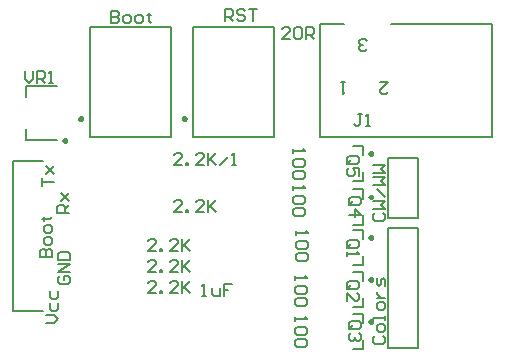
<source format=gto>
%FSDAX24Y24*%
%MOMM*%
%SFA1B1*%

%IPPOS*%
%ADD32C,0.249936*%
%ADD33C,0.199898*%
%ADD34C,0.177800*%
%LNesp8266_amp_smd-1*%
%LPD*%
G54D32*
X151109Y207010D02*
D01*
X151106Y207097*
X151097Y207183*
X151082Y207269*
X151061Y207354*
X151034Y207437*
X151001Y207518*
X150963Y207596*
X150919Y207672*
X150870Y207744*
X150817Y207813*
X150758Y207877*
X150696Y207938*
X150629Y207994*
X150558Y208045*
X150484Y208092*
X150407Y208133*
X150328Y208168*
X150246Y208198*
X150162Y208222*
X150076Y208240*
X149990Y208252*
X149903Y208258*
X149816*
X149729Y208252*
X149642Y208240*
X149557Y208222*
X149473Y208198*
X149391Y208168*
X149312Y208133*
X149235Y208092*
X149160Y208045*
X149090Y207994*
X149023Y207938*
X148960Y207877*
X148902Y207813*
X148848Y207744*
X148800Y207672*
X148756Y207596*
X148718Y207518*
X148685Y207437*
X148658Y207354*
X148637Y207269*
X148622Y207183*
X148613Y207097*
X148610Y207010*
X148613Y206922*
X148622Y206836*
X148637Y206750*
X148658Y206665*
X148685Y206582*
X148718Y206501*
X148756Y206423*
X148800Y206347*
X148848Y206275*
X148902Y206206*
X148960Y206141*
X149023Y206081*
X149090Y206024*
X149160Y205973*
X149235Y205927*
X149312Y205886*
X149391Y205851*
X149473Y205821*
X149557Y205797*
X149642Y205779*
X149729Y205766*
X149816Y205760*
X149903*
X149990Y205766*
X150076Y205779*
X150162Y205797*
X150246Y205821*
X150328Y205851*
X150407Y205886*
X150484Y205927*
X150558Y205973*
X150629Y206024*
X150696Y206081*
X150758Y206141*
X150817Y206206*
X150870Y206275*
X150919Y206347*
X150963Y206423*
X151001Y206501*
X151034Y206582*
X151061Y206665*
X151082Y206750*
X151097Y206836*
X151106Y206922*
X151109Y207010*
X063479D02*
D01*
X063476Y207097*
X063467Y207183*
X063452Y207269*
X063431Y207354*
X063404Y207437*
X063371Y207518*
X063333Y207596*
X063289Y207672*
X063240Y207744*
X063187Y207813*
X063128Y207877*
X063066Y207938*
X062999Y207994*
X062928Y208045*
X062854Y208092*
X062777Y208133*
X062698Y208168*
X062616Y208198*
X062532Y208222*
X062446Y208240*
X062360Y208252*
X062273Y208258*
X062186*
X062099Y208252*
X062012Y208240*
X061927Y208222*
X061843Y208198*
X061761Y208168*
X061682Y208133*
X061605Y208092*
X061530Y208045*
X061460Y207994*
X061393Y207938*
X061330Y207877*
X061272Y207813*
X061218Y207744*
X061170Y207672*
X061126Y207596*
X061088Y207518*
X061055Y207437*
X061028Y207354*
X061007Y207269*
X060992Y207183*
X060983Y207097*
X060980Y207010*
X060983Y206922*
X060992Y206836*
X061007Y206750*
X061028Y206665*
X061055Y206582*
X061088Y206501*
X061126Y206423*
X061170Y206347*
X061218Y206275*
X061272Y206206*
X061330Y206141*
X061393Y206081*
X061460Y206024*
X061530Y205973*
X061605Y205927*
X061682Y205886*
X061761Y205851*
X061843Y205821*
X061927Y205797*
X062012Y205779*
X062099Y205766*
X062186Y205760*
X062273*
X062360Y205766*
X062446Y205779*
X062532Y205797*
X062616Y205821*
X062698Y205851*
X062777Y205886*
X062854Y205927*
X062928Y205973*
X062999Y206024*
X063066Y206081*
X063128Y206141*
X063187Y206206*
X063240Y206275*
X063289Y206347*
X063333Y206423*
X063371Y206501*
X063404Y206582*
X063431Y206665*
X063452Y206750*
X063467Y206836*
X063476Y206922*
X063479Y207010*
X309209Y140728D02*
D01*
X309206Y140815*
X309197Y140902*
X309182Y140988*
X309160Y141073*
X309134Y141155*
X309101Y141236*
X309063Y141315*
X309019Y141390*
X308970Y141463*
X308916Y141531*
X308858Y141596*
X308795Y141657*
X308729Y141713*
X308658Y141764*
X308584Y141810*
X308507Y141851*
X308427Y141887*
X308345Y141917*
X308262Y141941*
X308176Y141959*
X308090Y141971*
X308003Y141977*
X307916*
X307828Y141971*
X307742Y141959*
X307657Y141941*
X307573Y141917*
X307491Y141887*
X307411Y141851*
X307334Y141810*
X307260Y141764*
X307190Y141713*
X307123Y141657*
X307060Y141596*
X307002Y141531*
X306948Y141463*
X306899Y141390*
X306856Y141315*
X306818Y141236*
X306785Y141155*
X306758Y141073*
X306737Y140988*
X306722Y140902*
X306712Y140815*
X306710Y140728*
X306712Y140641*
X306722Y140554*
X306737Y140468*
X306758Y140384*
X306785Y140301*
X306818Y140220*
X306856Y140141*
X306899Y140066*
X306948Y139994*
X307002Y139925*
X307060Y139860*
X307123Y139799*
X307190Y139743*
X307260Y139692*
X307334Y139646*
X307411Y139605*
X307491Y139569*
X307573Y139539*
X307657Y139516*
X307742Y139497*
X307828Y139485*
X307916Y139479*
X308003*
X308090Y139485*
X308176Y139497*
X308262Y139516*
X308345Y139539*
X308427Y139569*
X308507Y139605*
X308584Y139646*
X308658Y139692*
X308729Y139743*
X308795Y139799*
X308858Y139860*
X308916Y139925*
X308970Y139994*
X309019Y140066*
X309063Y140141*
X309101Y140220*
X309134Y140301*
X309160Y140384*
X309182Y140468*
X309197Y140554*
X309206Y140641*
X309209Y140728*
Y177561D02*
D01*
X309206Y177648*
X309197Y177734*
X309182Y177820*
X309160Y177905*
X309134Y177988*
X309101Y178069*
X309063Y178147*
X309019Y178223*
X308970Y178295*
X308916Y178364*
X308858Y178429*
X308795Y178489*
X308729Y178545*
X308658Y178597*
X308584Y178643*
X308507Y178684*
X308427Y178719*
X308345Y178749*
X308262Y178773*
X308176Y178791*
X308090Y178804*
X308003Y178810*
X307916*
X307828Y178804*
X307742Y178791*
X307657Y178773*
X307573Y178749*
X307491Y178719*
X307411Y178684*
X307334Y178643*
X307260Y178597*
X307190Y178545*
X307123Y178489*
X307060Y178429*
X307002Y178364*
X306948Y178295*
X306899Y178223*
X306856Y178147*
X306818Y178069*
X306785Y177988*
X306758Y177905*
X306737Y177820*
X306722Y177734*
X306712Y177648*
X306710Y177561*
X306712Y177473*
X306722Y177387*
X306737Y177301*
X306758Y177216*
X306785Y177133*
X306818Y177052*
X306856Y176974*
X306899Y176898*
X306948Y176826*
X307002Y176757*
X307060Y176693*
X307123Y176632*
X307190Y176576*
X307260Y176525*
X307334Y176478*
X307411Y176437*
X307491Y176402*
X307573Y176372*
X307657Y176348*
X307742Y176330*
X307828Y176318*
X307916Y176312*
X308003*
X308090Y176318*
X308176Y176330*
X308262Y176348*
X308345Y176372*
X308427Y176402*
X308507Y176437*
X308584Y176478*
X308658Y176525*
X308729Y176576*
X308795Y176632*
X308858Y176693*
X308916Y176757*
X308970Y176826*
X309019Y176898*
X309063Y176974*
X309101Y177052*
X309134Y177133*
X309160Y177216*
X309182Y177301*
X309197Y177387*
X309206Y177473*
X309209Y177561*
Y106441D02*
D01*
X309206Y106528*
X309197Y106614*
X309182Y106700*
X309160Y106785*
X309134Y106868*
X309101Y106949*
X309063Y107027*
X309019Y107103*
X308970Y107175*
X308916Y107244*
X308858Y107309*
X308795Y107369*
X308729Y107425*
X308658Y107477*
X308584Y107523*
X308507Y107564*
X308427Y107599*
X308345Y107629*
X308262Y107653*
X308176Y107671*
X308090Y107684*
X308003Y107690*
X307916*
X307828Y107684*
X307742Y107671*
X307657Y107653*
X307573Y107629*
X307491Y107599*
X307411Y107564*
X307334Y107523*
X307260Y107477*
X307190Y107425*
X307123Y107369*
X307060Y107309*
X307002Y107244*
X306948Y107175*
X306899Y107103*
X306856Y107027*
X306818Y106949*
X306785Y106868*
X306758Y106785*
X306737Y106700*
X306722Y106614*
X306712Y106528*
X306710Y106441*
X306712Y106353*
X306722Y106267*
X306737Y106181*
X306758Y106096*
X306785Y106013*
X306818Y105932*
X306856Y105854*
X306899Y105778*
X306948Y105706*
X307002Y105637*
X307060Y105573*
X307123Y105512*
X307190Y105456*
X307260Y105405*
X307334Y105358*
X307411Y105317*
X307491Y105282*
X307573Y105252*
X307657Y105228*
X307742Y105210*
X307828Y105198*
X307916Y105192*
X308003*
X308090Y105198*
X308176Y105210*
X308262Y105228*
X308345Y105252*
X308427Y105282*
X308507Y105317*
X308584Y105358*
X308658Y105405*
X308729Y105456*
X308795Y105512*
X308858Y105573*
X308916Y105637*
X308970Y105706*
X309019Y105778*
X309063Y105854*
X309101Y105932*
X309134Y106013*
X309160Y106096*
X309182Y106181*
X309197Y106267*
X309206Y106353*
X309209Y106441*
Y035318D02*
D01*
X309206Y035405*
X309197Y035492*
X309182Y035578*
X309160Y035663*
X309134Y035745*
X309101Y035826*
X309063Y035905*
X309019Y035980*
X308970Y036053*
X308916Y036121*
X308858Y036186*
X308795Y036247*
X308729Y036303*
X308658Y036354*
X308584Y036400*
X308507Y036441*
X308427Y036477*
X308345Y036507*
X308262Y036531*
X308176Y036549*
X308090Y036561*
X308003Y036567*
X307916*
X307828Y036561*
X307742Y036549*
X307657Y036531*
X307573Y036507*
X307491Y036477*
X307411Y036441*
X307334Y036400*
X307260Y036354*
X307190Y036303*
X307123Y036247*
X307060Y036186*
X307002Y036121*
X306948Y036053*
X306899Y035980*
X306856Y035905*
X306818Y035826*
X306785Y035745*
X306758Y035663*
X306737Y035578*
X306722Y035492*
X306712Y035405*
X306710Y035318*
X306712Y035231*
X306722Y035144*
X306737Y035058*
X306758Y034974*
X306785Y034891*
X306818Y034810*
X306856Y034731*
X306899Y034656*
X306948Y034584*
X307002Y034515*
X307060Y034450*
X307123Y034389*
X307190Y034333*
X307260Y034282*
X307334Y034236*
X307411Y034195*
X307491Y034159*
X307573Y034129*
X307657Y034106*
X307742Y034087*
X307828Y034075*
X307916Y034069*
X308003*
X308090Y034075*
X308176Y034087*
X308262Y034106*
X308345Y034129*
X308427Y034159*
X308507Y034195*
X308584Y034236*
X308658Y034282*
X308729Y034333*
X308795Y034389*
X308858Y034450*
X308916Y034515*
X308970Y034584*
X309019Y034656*
X309063Y034731*
X309101Y034810*
X309134Y034891*
X309160Y034974*
X309182Y035058*
X309197Y035144*
X309206Y035231*
X309209Y035318*
Y070878D02*
D01*
X309206Y070965*
X309197Y071052*
X309182Y071138*
X309160Y071223*
X309134Y071305*
X309101Y071386*
X309063Y071465*
X309019Y071540*
X308970Y071613*
X308916Y071681*
X308858Y071746*
X308795Y071807*
X308729Y071863*
X308658Y071914*
X308584Y071960*
X308507Y072001*
X308427Y072037*
X308345Y072067*
X308262Y072091*
X308176Y072109*
X308090Y072121*
X308003Y072127*
X307916*
X307828Y072121*
X307742Y072109*
X307657Y072091*
X307573Y072067*
X307491Y072037*
X307411Y072001*
X307334Y071960*
X307260Y071914*
X307190Y071863*
X307123Y071807*
X307060Y071746*
X307002Y071681*
X306948Y071613*
X306899Y071540*
X306856Y071465*
X306818Y071386*
X306785Y071305*
X306758Y071223*
X306737Y071138*
X306722Y071052*
X306712Y070965*
X306710Y070878*
X306712Y070791*
X306722Y070704*
X306737Y070618*
X306758Y070534*
X306785Y070451*
X306818Y070370*
X306856Y070291*
X306899Y070216*
X306948Y070144*
X307002Y070075*
X307060Y070010*
X307123Y069949*
X307190Y069893*
X307260Y069842*
X307334Y069796*
X307411Y069755*
X307491Y069719*
X307573Y069689*
X307657Y069666*
X307742Y069647*
X307828Y069635*
X307916Y069629*
X308003*
X308090Y069635*
X308176Y069647*
X308262Y069666*
X308345Y069689*
X308427Y069719*
X308507Y069755*
X308584Y069796*
X308658Y069842*
X308729Y069893*
X308795Y069949*
X308858Y070010*
X308916Y070075*
X308970Y070144*
X309019Y070216*
X309063Y070291*
X309101Y070370*
X309134Y070451*
X309160Y070534*
X309182Y070618*
X309197Y070704*
X309206Y070791*
X309209Y070878*
X049959Y188589D02*
D01*
X049956Y188677*
X049947Y188763*
X049931Y188849*
X049910Y188934*
X049883Y189017*
X049851Y189098*
X049812Y189176*
X049769Y189252*
X049720Y189324*
X049666Y189393*
X049608Y189457*
X049545Y189518*
X049478Y189574*
X049408Y189625*
X049334Y189671*
X049257Y189713*
X049177Y189748*
X049095Y189778*
X049011Y189802*
X048926Y189820*
X048840Y189832*
X048753Y189838*
X048665*
X048578Y189832*
X048492Y189820*
X048407Y189802*
X048323Y189778*
X048241Y189748*
X048161Y189713*
X048084Y189671*
X048010Y189625*
X047939Y189574*
X047873Y189518*
X047810Y189457*
X047752Y189393*
X047698Y189324*
X047649Y189252*
X047605Y189176*
X047567Y189098*
X047535Y189017*
X047508Y188934*
X047487Y188849*
X047471Y188763*
X047462Y188677*
X047459Y188589*
X047462Y188502*
X047471Y188415*
X047487Y188330*
X047508Y188245*
X047535Y188162*
X047567Y188081*
X047605Y188003*
X047649Y187927*
X047698Y187855*
X047752Y187786*
X047810Y187721*
X047873Y187661*
X047939Y187604*
X048010Y187553*
X048084Y187507*
X048161Y187466*
X048241Y187431*
X048323Y187401*
X048407Y187377*
X048492Y187359*
X048578Y187346*
X048665Y187340*
X048753*
X048840Y187346*
X048926Y187359*
X049011Y187377*
X049095Y187401*
X049177Y187431*
X049257Y187466*
X049334Y187507*
X049408Y187553*
X049478Y187604*
X049545Y187661*
X049608Y187721*
X049666Y187786*
X049720Y187855*
X049769Y187927*
X049812Y188003*
X049851Y188081*
X049883Y188162*
X049910Y188245*
X049931Y188330*
X049947Y188415*
X049956Y188502*
X049959Y188589*
G54D33*
X157480Y191770D02*
X226060D01*
X157480Y284480D02*
X226060D01*
X157480Y191770D02*
Y284480D01*
X226060Y191770D02*
Y284480D01*
X069850Y191770D02*
X138430D01*
X069850Y284480D02*
X138430D01*
X069850Y191770D02*
Y284480D01*
X138430Y191770D02*
Y284480D01*
X005080Y171450D02*
X030480D01*
X005080Y044450D02*
Y171450D01*
Y044450D02*
X030480D01*
X322399Y174139D02*
X347799D01*
Y123339D02*
Y174139D01*
X322399Y123339D02*
X347799D01*
X322399D02*
Y174139D01*
X301459Y117231D02*
Y125229D01*
X292460Y117231D02*
X301459D01*
Y139230D02*
Y147231D01*
X292460D02*
X301459D01*
Y154061D02*
Y162059D01*
X292460Y154061D02*
X301459D01*
Y176060D02*
Y184061D01*
X292460D02*
X301459D01*
Y082938D02*
Y090939D01*
X292460Y082938D02*
X301459D01*
Y104940D02*
Y112941D01*
X292460D02*
X301459D01*
X322399Y114449D02*
X347799D01*
Y012849D02*
Y114449D01*
X322399Y012849D02*
Y114449D01*
Y012849D02*
X347799D01*
X301459Y011821D02*
Y019819D01*
X292460Y011821D02*
X301459D01*
Y033820D02*
Y041821D01*
X292460D02*
X301459D01*
Y047381D02*
Y055379D01*
X292460Y047381D02*
X301459D01*
Y069380D02*
Y077381D01*
X292460D02*
X301459D01*
X016210Y225590D02*
Y235089D01*
X042209*
X016210Y189090D02*
Y198589D01*
Y189090D02*
X042209D01*
X265209Y287220D02*
X285208D01*
X265209Y191218D02*
Y287220D01*
X325208D02*
X410210D01*
X265209Y191218D02*
X410210D01*
Y287220*
G54D34*
X029212Y149860D02*
Y156631D01*
Y153245*
X039370*
X032598Y160017D02*
X039370Y166786D01*
X035984Y163403*
X032598Y166786*
X039370Y160017*
X052070Y127000D02*
X041912D01*
Y132077*
X043606Y133771*
X046992*
X048684Y132077*
Y127000*
Y130385D02*
X052070Y133771D01*
X045298Y137157D02*
X052070Y143929D01*
X048684Y140543*
X045298Y143929*
X052070Y137157*
X027942Y090170D02*
X038100D01*
Y095247*
X036405Y096941*
X034714*
X033022Y095247*
Y090170*
Y095247*
X031328Y096941*
X029636*
X027942Y095247*
Y090170*
X038100Y102019D02*
Y105404D01*
X036405Y107096*
X033022*
X031328Y105404*
Y102019*
X033022Y100327*
X036405*
X038100Y102019*
Y112176D02*
Y115562D01*
X036405Y117254*
X033022*
X031328Y115562*
Y112176*
X033022Y110482*
X036405*
X038100Y112176*
X029636Y122334D02*
X031328D01*
Y120639*
Y124025*
Y122334*
X036405*
X038100Y124025*
X044876Y074081D02*
X043182Y072387D01*
Y069001*
X044876Y067310*
X051648*
X053340Y069001*
Y072387*
X051648Y074081*
X048262*
Y070695*
X053340Y077467D02*
X043182D01*
X053340Y084239*
X043182*
Y087622D02*
X053340D01*
Y092702*
X051648Y094394*
X044876*
X043182Y092702*
Y087622*
X033022Y034290D02*
X039794D01*
X043180Y037675*
X039794Y041061*
X033022*
X036408Y051219D02*
Y046139D01*
X038102Y044447*
X041485*
X043180Y046139*
Y051219*
X036408Y061374D02*
Y056296D01*
X038102Y054602*
X041485*
X043180Y056296*
Y061374*
X239181Y274320D02*
X232410D01*
X239181Y281091*
Y282783*
X237487Y284477*
X234101*
X232410Y282783*
X242567D02*
X244259Y284477D01*
X247644*
X249336Y282783*
Y276014*
X247644Y274320*
X244259*
X242567Y276014*
Y282783*
X252722Y274320D02*
Y284477D01*
X257802*
X259494Y282783*
Y279397*
X257802Y277705*
X252722*
X256108D02*
X259494Y274320D01*
X184150Y289560D02*
Y299717D01*
X189227*
X190921Y298023*
Y294637*
X189227Y292945*
X184150*
X187535D02*
X190921Y289560D01*
X201076Y298023D02*
X199384Y299717D01*
X195999*
X194307Y298023*
Y296331*
X195999Y294637*
X199384*
X201076Y292945*
Y291251*
X199384Y289560*
X195999*
X194307Y291251*
X204462Y299717D02*
X211234D01*
X207848*
Y289560*
X087630Y298447D02*
Y288290D01*
X092707*
X094401Y289981*
Y291675*
X092707Y293367*
X087630*
X092707*
X094401Y295061*
Y296753*
X092707Y298447*
X087630*
X099479Y288290D02*
X102864D01*
X104556Y289981*
Y293367*
X102864Y295061*
X099479*
X097787Y293367*
Y289981*
X099479Y288290*
X109636D02*
X113022D01*
X114714Y289981*
Y293367*
X113022Y295061*
X109636*
X107942Y293367*
Y289981*
X109636Y288290*
X119794Y296753D02*
Y295061D01*
X118099*
X121485*
X119794*
Y289981*
X121485Y288290*
X147741Y128270D02*
X140970D01*
X147741Y135041*
Y136733*
X146047Y138427*
X142661*
X140970Y136733*
X151127Y128270D02*
Y129961D01*
X152819*
Y128270*
X151127*
X166362D02*
X159590D01*
X166362Y135041*
Y136733*
X164668Y138427*
X161282*
X159590Y136733*
X169748Y138427D02*
Y128270D01*
Y131655*
X176517Y138427*
X171439Y133347*
X176517Y128270*
X147741Y167640D02*
X140970D01*
X147741Y174411*
Y176103*
X146047Y177797*
X142661*
X140970Y176103*
X151127Y167640D02*
Y169331D01*
X152819*
Y167640*
X151127*
X166362D02*
X159590D01*
X166362Y174411*
Y176103*
X164668Y177797*
X161282*
X159590Y176103*
X169748Y177797D02*
Y167640D01*
Y171025*
X176517Y177797*
X171439Y172717*
X176517Y167640*
X179903D02*
X186674Y174411D01*
X190060Y167640D02*
X193446D01*
X191754*
Y177797*
X190060Y176103*
X126151Y095250D02*
X119380D01*
X126151Y102021*
Y103713*
X124457Y105407*
X121071*
X119380Y103713*
X129537Y095250D02*
Y096941D01*
X131229*
Y095250*
X129537*
X144772D02*
X138000D01*
X144772Y102021*
Y103713*
X143078Y105407*
X139692*
X138000Y103713*
X148158Y105407D02*
Y095250D01*
Y098635*
X154929Y105407*
X149849Y100327*
X154929Y095250*
X164637Y057038D02*
X168023D01*
X166331*
Y067195*
X164637Y065501*
X173101Y063809D02*
Y058729D01*
X174795Y057038*
X179872*
Y063809*
X190030Y067195D02*
X183258D01*
Y062115*
X186644*
X183258*
Y057038*
X126151Y077470D02*
X119380D01*
X126151Y084241*
Y085933*
X124457Y087627*
X121071*
X119380Y085933*
X129537Y077470D02*
Y079161D01*
X131229*
Y077470*
X129537*
X144772D02*
X138000D01*
X144772Y084241*
Y085933*
X143078Y087627*
X139692*
X138000Y085933*
X148158Y087627D02*
Y077470D01*
Y080855*
X154929Y087627*
X149849Y082547*
X154929Y077470*
X126151Y059690D02*
X119380D01*
X126151Y066461*
Y068153*
X124457Y069847*
X121071*
X119380Y068153*
X129537Y059690D02*
Y061384D01*
X131229*
Y059690*
X129537*
X144772D02*
X138000D01*
X144772Y066461*
Y068153*
X143078Y069847*
X139692*
X138000Y068153*
X148158Y069847D02*
Y059690D01*
Y063075*
X154929Y069847*
X149849Y064767*
X154929Y059690*
X311396Y127571D02*
X309702Y125877D01*
Y122494*
X311396Y120799*
X318168*
X319859Y122494*
Y125877*
X318168Y127571*
X309702Y130957D02*
X319859D01*
X316473Y134343*
X319859Y137728*
X309702*
X319859Y141112D02*
X313088Y147883D01*
X309702Y151269D02*
X319859D01*
X316473Y154655*
X319859Y158041*
X309702*
Y161427D02*
X319859D01*
X316473Y164812*
X319859Y168198*
X309702*
X291073Y134348D02*
X297842D01*
X299537Y136042*
Y139428*
X297842Y141119*
X291073*
X289379Y139428*
Y136042*
X292765Y137734D02*
X289379Y134348D01*
Y136042D02*
X291073Y134348D01*
X289379Y125884D02*
X299537D01*
X294457Y130962*
Y124193*
X289803Y168638D02*
X296572D01*
X298267Y170332*
Y173718*
X296572Y175409*
X289803*
X288109Y173718*
Y170332*
X291495Y172024D02*
X288109Y168638D01*
Y170332D02*
X289803Y168638D01*
X298267Y158480D02*
Y165252D01*
X293187*
X294881Y161866*
Y160174*
X293187Y158480*
X289803*
X288109Y160174*
Y163560*
X289803Y165252*
Y097518D02*
X296572D01*
X298267Y099212*
Y102598*
X296572Y104289*
X289803*
X288109Y102598*
Y099212*
X291495Y100904D02*
X288109Y097518D01*
Y099212D02*
X289803Y097518D01*
X288109Y094132D02*
Y090746D01*
Y092440*
X298267*
X296572Y094132*
X311396Y023431D02*
X309702Y021737D01*
Y018354*
X311396Y016659*
X318168*
X319859Y018354*
Y021737*
X318168Y023431*
X319859Y028508D02*
Y031894D01*
X318168Y033588*
X314782*
X313088Y031894*
Y028508*
X314782Y026817*
X318168*
X319859Y028508*
Y036974D02*
Y040358D01*
Y038666*
X309702*
Y036974*
X319859Y047129D02*
Y050515D01*
X318168Y052207*
X314782*
X313088Y050515*
Y047129*
X314782Y045438*
X318168*
X319859Y047129*
X313088Y055592D02*
X319859D01*
X316473*
X314782Y057287*
X313088Y058978*
Y060672*
X319859Y065750D02*
Y070827D01*
X318168Y072522*
X316473Y070827*
Y067444*
X314782Y065750*
X313088Y067444*
Y072522*
X291073Y028938D02*
X297842D01*
X299537Y030632*
Y034018*
X297842Y035709*
X291073*
X289379Y034018*
Y030632*
X292765Y032324D02*
X289379Y028938D01*
Y030632D02*
X291073Y028938D01*
X297842Y025552D02*
X299537Y023860D01*
Y020474*
X297842Y018783*
X296151*
X294457Y020474*
Y022166*
Y020474*
X292765Y018783*
X291073*
X289379Y020474*
Y023860*
X291073Y025552*
X289803Y063228D02*
X296572D01*
X298267Y064922*
Y068308*
X296572Y069999*
X289803*
X288109Y068308*
Y064922*
X291495Y066614D02*
X288109Y063228D01*
Y064922D02*
X289803Y063228D01*
X288109Y053073D02*
Y059842D01*
X294881Y053073*
X296572*
X298267Y054764*
Y058150*
X296572Y059842*
X242389Y181759D02*
Y178374D01*
Y180068*
X252547*
X250852Y181759*
Y173296D02*
X252547Y171602D01*
Y168216*
X250852Y166524*
X244083*
X242389Y168216*
Y171602*
X244083Y173296*
X250852*
Y163139D02*
X252547Y161447D01*
Y158061*
X250852Y156367*
X244083*
X242389Y158061*
Y161447*
X244083Y163139*
X250852*
X243659Y039519D02*
Y036134D01*
Y037828*
X253817*
X252122Y039519*
Y031056D02*
X253817Y029362D01*
Y025976*
X252122Y024284*
X245353*
X243659Y025976*
Y029362*
X245353Y031056*
X252122*
Y020899D02*
X253817Y019207D01*
Y015821*
X252122Y014127*
X245353*
X243659Y015821*
Y019207*
X245353Y020899*
X252122*
X242389Y150009D02*
Y146624D01*
Y148318*
X252547*
X250852Y150009*
Y141546D02*
X252547Y139852D01*
Y136466*
X250852Y134774*
X244083*
X242389Y136466*
Y139852*
X244083Y141546*
X250852*
Y131389D02*
X252547Y129697D01*
Y126311*
X250852Y124617*
X244083*
X242389Y126311*
Y129697*
X244083Y131389*
X250852*
X244929Y111909D02*
Y108524D01*
Y110218*
X255087*
X253392Y111909*
Y103446D02*
X255087Y101752D01*
Y098366*
X253392Y096674*
X246623*
X244929Y098366*
Y101752*
X246623Y103446*
X253392*
Y093289D02*
X255087Y091597D01*
Y088211*
X253392Y086517*
X246623*
X244929Y088211*
Y091597*
X246623Y093289*
X253392*
X243659Y073809D02*
Y070424D01*
Y072118*
X253817*
X252122Y073809*
Y065346D02*
X253817Y063652D01*
Y060266*
X252122Y058574*
X245353*
X243659Y060266*
Y063652*
X245353Y065346*
X252122*
Y055189D02*
X253817Y053497D01*
Y050111*
X252122Y048417*
X245353*
X243659Y050111*
Y053497*
X245353Y055189*
X252122*
X015240Y247647D02*
Y240875D01*
X018625Y237490*
X022011Y240875*
Y247647*
X025397Y237490D02*
Y247647D01*
X030474*
X032166Y245953*
Y242567*
X030474Y240875*
X025397*
X028783D02*
X032166Y237490D01*
X035552D02*
X038938D01*
X037246*
Y247647*
X035552Y245953*
X300141Y210817D02*
X296755D01*
X298447*
Y202351*
X296755Y200660*
X295061*
X293370Y202351*
X303527Y200660D02*
X306913D01*
X305219*
Y210817*
X303527Y209123*
X304210Y265755D02*
X302516Y264063D01*
X299130*
X297439Y265755*
Y267449*
X299130Y269140*
X300824*
X299130*
X297439Y270835*
Y272526*
X299130Y274220*
X302516*
X304210Y272526*
X315437Y238218D02*
X322209D01*
X315437Y231449*
Y229755*
X317131Y228064*
X320517*
X322209Y229755*
X286209Y238218D02*
X282823D01*
X284518*
Y228064*
X286209Y229755*
M02*
</source>
